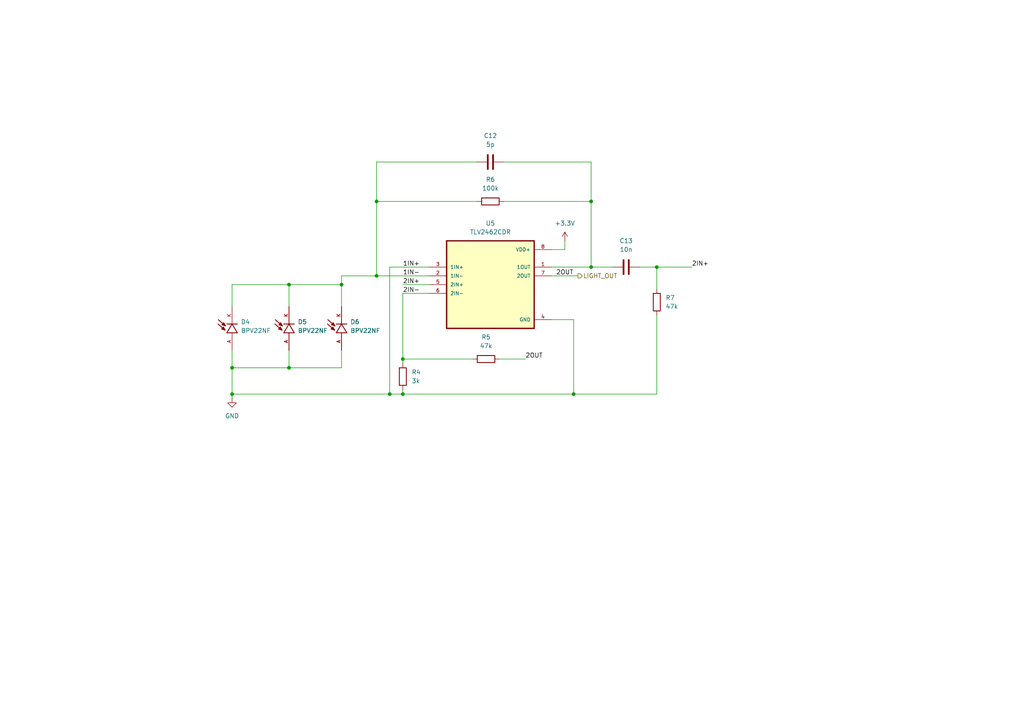
<source format=kicad_sch>
(kicad_sch (version 20231120) (generator "eeschema") (generator_version "8.0")
  (paper "A4")
  (lib_symbols
    (symbol "BPV22NF:BPV22NF" (pin_names (offset 1.016))
      (property "Reference" "D" (at -0.5588 4.4958 0))
      (property "Value" "BPV22NF" (at -1.016 -3.302 0))
      (symbol "BPV22NF_0_0"
        (polyline (pts (xy 0 -1.524) (xy 2.54 0)) (stroke (width 0.254)))
        (polyline (pts (xy 0 1.524) (xy 0 -1.524)) (stroke (width 0.254)))
        (polyline (pts (xy 0.762 2.032) (xy 1.0922 2.9972)) (stroke (width 0.254)))
        (polyline (pts (xy 0.762 2.032) (xy 2.54 4.064)) (stroke (width 0.254)))
        (polyline (pts (xy 1.0668 2.2606) (xy 1.1938 2.2606)) (stroke (width 0.254)))
        (polyline (pts (xy 1.0922 2.9972) (xy 1.0668 2.2606)) (stroke (width 0.254)))
        (polyline (pts (xy 1.0922 2.9972) (xy 1.651 2.5146)) (stroke (width 0.254)))
        (polyline (pts (xy 1.4732 2.5908) (xy 1.2446 2.4384)) (stroke (width 0.254)))
        (polyline (pts (xy 1.651 2.5146) (xy 0.762 2.032)) (stroke (width 0.254)))
        (polyline (pts (xy 2.0066 1.9304) (xy 2.3368 2.8956)) (stroke (width 0.254)))
        (polyline (pts (xy 2.0066 1.9304) (xy 3.7846 3.9624)) (stroke (width 0.254)))
        (polyline (pts (xy 2.3114 2.159) (xy 2.4384 2.159)) (stroke (width 0.254)))
        (polyline (pts (xy 2.3368 2.8956) (xy 2.3114 2.159)) (stroke (width 0.254)))
        (polyline (pts (xy 2.3368 2.8956) (xy 2.8956 2.413)) (stroke (width 0.254)))
        (polyline (pts (xy 2.54 0) (xy 0 1.524)) (stroke (width 0.254)))
        (polyline (pts (xy 2.54 1.524) (xy 2.54 -1.524)) (stroke (width 0.254)))
        (polyline (pts (xy 2.7178 2.4892) (xy 2.4892 2.3368)) (stroke (width 0.254)))
        (polyline (pts (xy 2.8956 2.413) (xy 2.0066 1.9304)) (stroke (width 0.254)))
        (pin passive line (at -5.08 0 0) (length 5.08) (name "~") (number "A"))
        (pin passive line (at 7.62 0 180) (length 5.08) (name "~") (number "K"))
      )
    )
    (symbol "Device:C" (pin_numbers hide) (pin_names (offset 0.254))
      (property "Reference" "C" (at 0.635 2.54 0))
      (property "Value" "C" (at 0.635 -2.54 0))
      (symbol "C_0_1"
        (polyline (pts (xy -2.032 -0.762) (xy 2.032 -0.762)) (stroke (width 0.508)))
        (polyline (pts (xy -2.032 0.762) (xy 2.032 0.762)) (stroke (width 0.508)))
      )
      (symbol "C_1_1"
        (pin passive line (at 0 3.81 270) (length 2.794) (name "~") (number "1"))
        (pin passive line (at 0 -3.81 90) (length 2.794) (name "~") (number "2"))
      )
    )
    (symbol "Device:R" (pin_numbers hide) (pin_names (offset 0))
      (property "Reference" "R" (at 2.032 0 90))
      (property "Value" "R" (at 0 0 90))
      (symbol "R_0_1"
        (rectangle (start -1.016 -2.54) (end 1.016 2.54) (stroke (width 0.254)))
      )
      (symbol "R_1_1"
        (pin passive line (at 0 3.81 270) (length 1.27) (name "~") (number "1"))
        (pin passive line (at 0 -3.81 90) (length 1.27) (name "~") (number "2"))
      )
    )
    (symbol "TLV2462CDR:TLV2462CDR" (pin_names (offset 1.016))
      (property "Reference" "U" (at -12.7 13.7 0))
      (property "Value" "TLV2462CDR" (at -12.7 -16.7 0))
      (symbol "TLV2462CDR_0_0"
        (rectangle (start -12.7 -12.7) (end 12.7 12.7) (stroke (width 0.41)) (fill (type background)))
        (pin output line (at 17.78 5.08 180) (length 5.08) (name "1OUT") (number "1"))
        (pin input line (at -17.78 2.54 0) (length 5.08) (name "1IN-") (number "2"))
        (pin input line (at -17.78 5.08 0) (length 5.08) (name "1IN+") (number "3"))
        (pin power_in line (at 17.78 -10.16 180) (length 5.08) (name "GND") (number "4"))
        (pin input line (at -17.78 0 0) (length 5.08) (name "2IN+") (number "5"))
        (pin input line (at -17.78 -2.54 0) (length 5.08) (name "2IN-") (number "6"))
        (pin output line (at 17.78 2.54 180) (length 5.08) (name "2OUT") (number "7"))
        (pin power_in line (at 17.78 10.16 180) (length 5.08) (name "VDD+") (number "8"))
      )
    )
    (symbol "power:+3.3V" (power) (pin_numbers hide) (pin_names (offset 0) hide)
      (property "Value" "+3.3V" (at 0 3.556 0))
      (symbol "+3.3V_0_1"
        (polyline (pts (xy -0.762 1.27) (xy 0 2.54)))
        (polyline (pts (xy 0 0) (xy 0 2.54)))
        (polyline (pts (xy 0 2.54) (xy 0.762 1.27)))
      )
      (symbol "+3.3V_1_1"
        (pin power_in line (at 0 0 90) (length 0) (name "~") (number "1"))
      )
    )
    (symbol "power:GND" (power) (pin_numbers hide) (pin_names (offset 0) hide)
      (property "Value" "GND" (at 0 -3.81 0))
      (symbol "GND_0_1"
        (polyline (pts (xy 0 0) (xy 0 -1.27) (xy 1.27 -1.27) (xy 0 -2.54) (xy -1.27 -1.27) (xy 0 -1.27)))
      )
      (symbol "GND_1_1"
        (pin power_in line (at 0 0 270) (length 0) (name "~") (number "1"))
      )
    )
  )
  (junction (at 99.06 82.55))
  (junction (at 109.22 58.42))
  (junction (at 116.84 104.14))
  (junction (at 171.45 77.47))
  (junction (at 83.82 82.55))
  (junction (at 190.5 77.47))
  (junction (at 67.31 114.3))
  (junction (at 171.45 58.42))
  (junction (at 67.31 106.68))
  (junction (at 109.22 80.01))
  (junction (at 116.84 114.3))
  (junction (at 166.37 114.3))
  (junction (at 83.82 106.68))
  (junction (at 113.03 114.3))
  (wire (pts (xy 124.46 85.09) (xy 116.84 85.09)))
  (wire (pts (xy 163.83 72.39) (xy 160.02 72.39)))
  (wire (pts (xy 83.82 82.55) (xy 83.82 88.9)))
  (wire (pts (xy 83.82 101.6) (xy 83.82 106.68)))
  (wire (pts (xy 146.05 58.42) (xy 171.45 58.42)))
  (wire (pts (xy 116.84 85.09) (xy 116.84 104.14)))
  (wire (pts (xy 109.22 80.01) (xy 124.46 80.01)))
  (wire (pts (xy 99.06 106.68) (xy 83.82 106.68)))
  (wire (pts (xy 185.42 77.47) (xy 190.5 77.47)))
  (wire (pts (xy 124.46 77.47) (xy 113.03 77.47)))
  (wire (pts (xy 116.84 114.3) (xy 166.37 114.3)))
  (wire (pts (xy 171.45 77.47) (xy 177.8 77.47)))
  (wire (pts (xy 160.02 92.71) (xy 166.37 92.71)))
  (wire (pts (xy 116.84 104.14) (xy 137.16 104.14)))
  (wire (pts (xy 160.02 77.47) (xy 171.45 77.47)))
  (wire (pts (xy 116.84 82.55) (xy 124.46 82.55)))
  (wire (pts (xy 67.31 114.3) (xy 113.03 114.3)))
  (wire (pts (xy 171.45 46.99) (xy 171.45 58.42)))
  (wire (pts (xy 190.5 77.47) (xy 200.66 77.47)))
  (wire (pts (xy 99.06 80.01) (xy 109.22 80.01)))
  (wire (pts (xy 166.37 92.71) (xy 166.37 114.3)))
  (wire (pts (xy 67.31 114.3) (xy 67.31 115.57)))
  (wire (pts (xy 190.5 91.44) (xy 190.5 114.3)))
  (wire (pts (xy 116.84 113.03) (xy 116.84 114.3)))
  (wire (pts (xy 99.06 82.55) (xy 99.06 88.9)))
  (wire (pts (xy 67.31 82.55) (xy 83.82 82.55)))
  (wire (pts (xy 163.83 69.85) (xy 163.83 72.39)))
  (wire (pts (xy 113.03 114.3) (xy 116.84 114.3)))
  (wire (pts (xy 160.02 80.01) (xy 167.64 80.01)))
  (wire (pts (xy 67.31 88.9) (xy 67.31 82.55)))
  (wire (pts (xy 171.45 58.42) (xy 171.45 77.47)))
  (wire (pts (xy 144.78 104.14) (xy 152.4 104.14)))
  (wire (pts (xy 109.22 46.99) (xy 138.43 46.99)))
  (wire (pts (xy 67.31 106.68) (xy 67.31 114.3)))
  (wire (pts (xy 109.22 80.01) (xy 109.22 58.42)))
  (wire (pts (xy 116.84 104.14) (xy 116.84 105.41)))
  (wire (pts (xy 146.05 46.99) (xy 171.45 46.99)))
  (wire (pts (xy 113.03 77.47) (xy 113.03 114.3)))
  (wire (pts (xy 190.5 77.47) (xy 190.5 83.82)))
  (wire (pts (xy 99.06 82.55) (xy 99.06 80.01)))
  (wire (pts (xy 83.82 106.68) (xy 67.31 106.68)))
  (wire (pts (xy 83.82 82.55) (xy 99.06 82.55)))
  (wire (pts (xy 67.31 106.68) (xy 67.31 101.6)))
  (wire (pts (xy 166.37 114.3) (xy 190.5 114.3)))
  (wire (pts (xy 99.06 101.6) (xy 99.06 106.68)))
  (wire (pts (xy 109.22 58.42) (xy 138.43 58.42)))
  (wire (pts (xy 109.22 58.42) (xy 109.22 46.99)))
  (label "2OUT" (at 161.29 80.01 0))
  (label "2OUT" (at 152.4 104.14 0))
  (label "1IN+" (at 116.84 77.47 0))
  (label "2IN-" (at 116.84 85.09 0))
  (label "2IN+" (at 116.84 82.55 0))
  (label "2IN+" (at 200.66 77.47 0))
  (label "1IN-" (at 116.84 80.01 0))
  (hierarchical_label "LIGHT_OUT" (shape output) (at 167.64 80.01 0))
  (symbol (lib_id "Device:R") (at 142.24 58.42 90) (unit 1)
    (property "Reference" "R6" (at 142.24 52.07 90))
    (property "Value" "100k" (at 142.24 54.61 90))
    (property "Footprint" "Resistor_SMD:R_0805_2012Metric" (effects (hide yes)))
    (property "Description" "Resistor" (effects (hide yes)))
  )
  (symbol (lib_id "Device:C") (at 142.24 46.99 90) (unit 1)
    (property "Reference" "C12" (at 142.24 39.37 90))
    (property "Value" "5p" (at 142.24 41.91 90))
    (property "Footprint" "Capacitor_SMD:C_0805_2012Metric" (effects (hide yes)))
    (property "Description" "Unpolarized capacitor" (effects (hide yes)))
  )
  (symbol (lib_id "Device:R") (at 190.5 87.63 180) (unit 1)
    (property "Reference" "R7" (at 193.04 86.3599 0) (effects (justify right)))
    (property "Value" "47k" (at 193.04 88.8999 0) (effects (justify right)))
    (property "Footprint" "Resistor_SMD:R_0805_2012Metric" (effects (hide yes)))
    (property "Description" "Resistor" (effects (hide yes)))
  )
  (symbol (lib_id "Device:C") (at 181.61 77.47 90) (unit 1)
    (property "Reference" "C13" (at 181.61 69.85 90))
    (property "Value" "10n" (at 181.61 72.39 90))
    (property "Footprint" "Capacitor_SMD:C_0805_2012Metric" (effects (hide yes)))
    (property "Description" "Unpolarized capacitor" (effects (hide yes)))
  )
  (symbol (lib_id "Device:R") (at 140.97 104.14 270) (unit 1)
    (property "Reference" "R5" (at 140.97 97.79 90))
    (property "Value" "47k" (at 140.97 100.33 90))
    (property "Footprint" "Resistor_SMD:R_0805_2012Metric" (effects (hide yes)))
    (property "Description" "Resistor" (effects (hide yes)))
  )
  (symbol (lib_id "Device:R") (at 116.84 109.22 180) (unit 1)
    (property "Reference" "R4" (at 119.38 107.9499 0) (effects (justify right)))
    (property "Value" "3k" (at 119.38 110.4899 0) (effects (justify right)))
    (property "Footprint" "Resistor_SMD:R_0805_2012Metric" (effects (hide yes)))
    (property "Description" "Resistor" (effects (hide yes)))
  )
  (symbol (lib_id "BPV22NF:BPV22NF") (at 83.82 96.52 90) (unit 1)
    (property "Reference" "D5" (at 86.36 93.3576 90) (effects (justify right)))
    (property "Value" "BPV22NF" (at 86.36 95.8976 90) (effects (justify right)))
    (property "Footprint" "BPV22NF:XDCR_BPV22NF" (effects (hide yes)))
    (property "PARTREV" "1.9" (effects (hide yes)))
    (property "MANUFACTURER" "Vishay" (effects (hide yes)))
    (property "MAXIMUM_PACKAGE_HEIGHT" "8.90mm" (effects (hide yes)))
    (property "STANDARD" "Manufacturer Recommendations" (effects (hide yes)))
  )
  (symbol (lib_id "BPV22NF:BPV22NF") (at 67.31 96.52 90) (unit 1)
    (property "Reference" "D4" (at 69.85 93.3576 90) (effects (justify right)))
    (property "Value" "BPV22NF" (at 69.85 95.8976 90) (effects (justify right)))
    (property "Footprint" "BPV22NF:XDCR_BPV22NF" (effects (hide yes)))
    (property "PARTREV" "1.9" (effects (hide yes)))
    (property "MANUFACTURER" "Vishay" (effects (hide yes)))
    (property "MAXIMUM_PACKAGE_HEIGHT" "8.90mm" (effects (hide yes)))
    (property "STANDARD" "Manufacturer Recommendations" (effects (hide yes)))
  )
  (symbol (lib_id "power:GND") (at 67.31 115.57 0) (unit 1)
    (property "Reference" "#PWR048" (effects (hide yes)))
    (property "Value" "GND" (at 67.31 120.65 0))
    (property "Description" "Power symbol creates a global label with name \"GND\" , ground" (effects (hide yes)))
  )
  (symbol (lib_id "power:+3.3V") (at 163.83 69.85 0) (unit 1)
    (property "Reference" "#PWR049" (effects (hide yes)))
    (property "Value" "+3.3V" (at 163.83 64.77 0))
    (property "Description" "Power symbol creates a global label with name \"+3.3V\"" (effects (hide yes)))
  )
  (symbol (lib_id "BPV22NF:BPV22NF") (at 99.06 96.52 90) (unit 1)
    (property "Reference" "D6" (at 101.6 93.3576 90) (effects (justify right)))
    (property "Value" "BPV22NF" (at 101.6 95.8976 90) (effects (justify right)))
    (property "Footprint" "BPV22NF:XDCR_BPV22NF" (effects (hide yes)))
    (property "PARTREV" "1.9" (effects (hide yes)))
    (property "MANUFACTURER" "Vishay" (effects (hide yes)))
    (property "MAXIMUM_PACKAGE_HEIGHT" "8.90mm" (effects (hide yes)))
    (property "STANDARD" "Manufacturer Recommendations" (effects (hide yes)))
  )
  (symbol (lib_id "TLV2462CDR:TLV2462CDR") (at 142.24 82.55 0) (unit 1)
    (property "Reference" "U5" (at 142.24 64.77 0))
    (property "Value" "TLV2462CDR" (at 142.24 67.31 0))
    (property "Footprint" "fydp:SOIC127P599X175-8N" (effects (hide yes)))
  )
)
</source>
